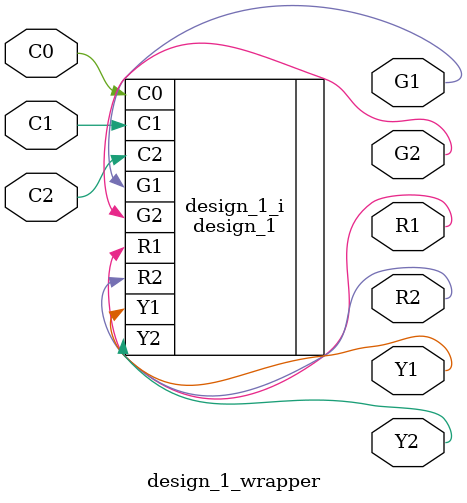
<source format=v>
`timescale 1 ps / 1 ps

module design_1_wrapper
   (C0,
    C1,
    C2,
    G1,
    G2,
    R1,
    R2,
    Y1,
    Y2);
  input C0;
  input C1;
  input C2;
  output G1;
  output G2;
  output R1;
  output R2;
  output Y1;
  output Y2;

  wire C0;
  wire C1;
  wire C2;
  wire G1;
  wire G2;
  wire R1;
  wire R2;
  wire Y1;
  wire Y2;

  design_1 design_1_i
       (.C0(C0),
        .C1(C1),
        .C2(C2),
        .G1(G1),
        .G2(G2),
        .R1(R1),
        .R2(R2),
        .Y1(Y1),
        .Y2(Y2));
endmodule

</source>
